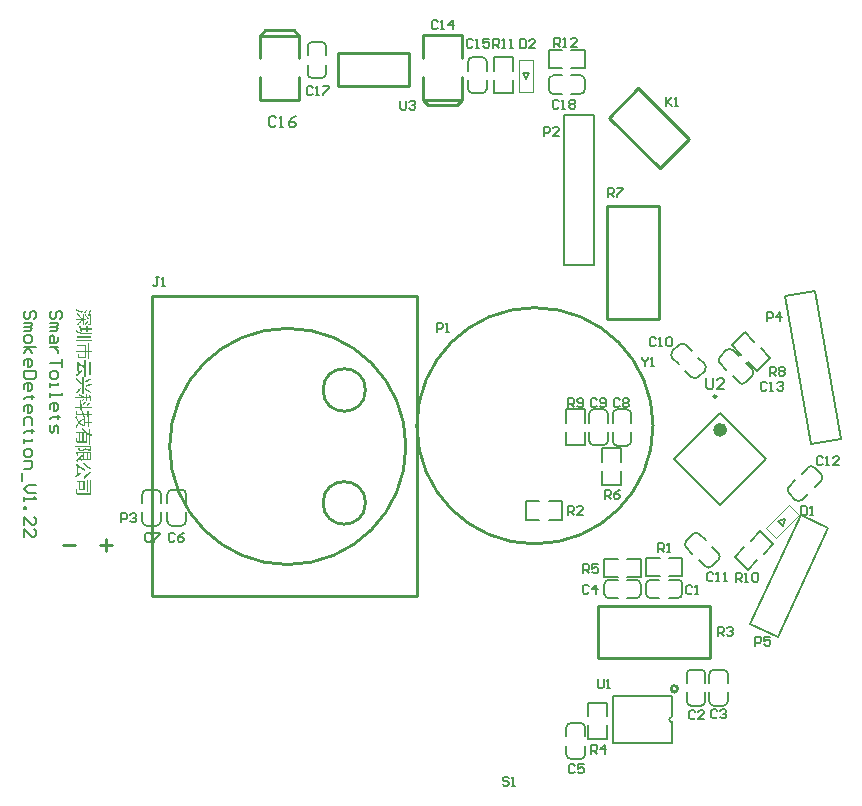
<source format=gto>
G04*
G04 #@! TF.GenerationSoftware,Altium Limited,Altium Designer,19.1.5 (86)*
G04*
G04 Layer_Color=65535*
%FSLAX25Y25*%
%MOIN*%
G70*
G01*
G75*
%ADD10C,0.01000*%
%ADD11C,0.00984*%
%ADD12C,0.02362*%
%ADD13C,0.00787*%
%ADD14C,0.00500*%
%ADD15C,0.00866*%
%ADD16C,0.00200*%
%ADD17C,0.00600*%
%ADD18C,0.00800*%
%ADD19C,0.00700*%
G36*
X45514Y188190D02*
X45549Y188177D01*
X45604Y188163D01*
X45681Y188135D01*
X45771Y188100D01*
X45889Y188058D01*
X46014Y188017D01*
X46153Y187968D01*
X46312Y187920D01*
X46479Y187864D01*
X46652Y187809D01*
X46840Y187753D01*
X47034Y187698D01*
X47228Y187642D01*
X47638Y187531D01*
X47631Y187517D01*
X47617Y187489D01*
X47603Y187448D01*
X47575Y187385D01*
X47548Y187323D01*
X47513Y187247D01*
X47444Y187080D01*
X47437D01*
X47402Y187094D01*
X47353Y187108D01*
X47284Y187128D01*
X47201Y187149D01*
X47096Y187184D01*
X46979Y187219D01*
X46840Y187253D01*
X46694Y187302D01*
X46527Y187351D01*
X46354Y187406D01*
X46174Y187462D01*
X45972Y187524D01*
X45764Y187587D01*
X45549Y187656D01*
X45327Y187725D01*
X45500Y188197D01*
X45514Y188190D01*
D02*
G37*
G36*
X49234Y188045D02*
X49227Y188038D01*
X49220Y188017D01*
X49199Y187982D01*
X49165Y187941D01*
X49130Y187885D01*
X49095Y187829D01*
X49047Y187753D01*
X48998Y187677D01*
X48880Y187510D01*
X48755Y187330D01*
X48623Y187142D01*
X48485Y186962D01*
X48478Y186969D01*
X48471Y186976D01*
X48443Y186997D01*
X48408Y187031D01*
X48360Y187073D01*
X48297Y187122D01*
X48214Y187184D01*
X48117Y187260D01*
X48124Y187267D01*
X48138Y187281D01*
X48158Y187309D01*
X48186Y187344D01*
X48221Y187385D01*
X48262Y187434D01*
X48304Y187496D01*
X48360Y187566D01*
X48415Y187635D01*
X48478Y187718D01*
X48616Y187899D01*
X48762Y188100D01*
X48915Y188315D01*
X49234Y188045D01*
D02*
G37*
G36*
X50615Y187816D02*
X50608Y187809D01*
X50594Y187788D01*
X50573Y187753D01*
X50546Y187712D01*
X50504Y187656D01*
X50462Y187593D01*
X50414Y187524D01*
X50358Y187448D01*
X50240Y187274D01*
X50102Y187094D01*
X49963Y186906D01*
X49817Y186719D01*
X49810Y186726D01*
X49782Y186747D01*
X49748Y186782D01*
X49699Y186823D01*
X49643Y186872D01*
X49581Y186927D01*
X49456Y187031D01*
X49463Y187038D01*
X49477Y187059D01*
X49505Y187094D01*
X49546Y187136D01*
X49588Y187191D01*
X49643Y187247D01*
X49699Y187316D01*
X49762Y187392D01*
X49893Y187559D01*
X50039Y187739D01*
X50178Y187913D01*
X50303Y188086D01*
X50615Y187816D01*
D02*
G37*
G36*
X48616Y186663D02*
X48630Y186636D01*
X48658Y186601D01*
X48693Y186546D01*
X48734Y186483D01*
X48783Y186407D01*
X48838Y186323D01*
X48901Y186233D01*
X49047Y186032D01*
X49213Y185817D01*
X49394Y185595D01*
X49588Y185380D01*
X49290Y185088D01*
X49283Y185095D01*
X49262Y185116D01*
X49234Y185158D01*
X49185Y185206D01*
X49137Y185269D01*
X49074Y185338D01*
X49005Y185421D01*
X48936Y185512D01*
X48852Y185609D01*
X48769Y185713D01*
X48596Y185928D01*
X48422Y186164D01*
X48256Y186400D01*
X48262Y186407D01*
X48283Y186421D01*
X48325Y186448D01*
X48366Y186476D01*
X48422Y186518D01*
X48485Y186566D01*
X48609Y186670D01*
X48616Y186663D01*
D02*
G37*
G36*
X50344Y183027D02*
X49428D01*
Y183471D01*
X49921D01*
Y186150D01*
X49408D01*
Y186594D01*
X50344D01*
Y183027D01*
D02*
G37*
G36*
X49588Y184332D02*
X49581Y184325D01*
X49567Y184297D01*
X49539Y184262D01*
X49505Y184214D01*
X49463Y184151D01*
X49408Y184075D01*
X49352Y183992D01*
X49290Y183901D01*
X49213Y183804D01*
X49137Y183700D01*
X48970Y183478D01*
X48797Y183242D01*
X48609Y183006D01*
X48269Y183305D01*
X48276Y183311D01*
X48297Y183332D01*
X48325Y183367D01*
X48360Y183409D01*
X48408Y183464D01*
X48464Y183534D01*
X48533Y183610D01*
X48603Y183693D01*
X48679Y183783D01*
X48755Y183888D01*
X48929Y184103D01*
X49109Y184346D01*
X49290Y184595D01*
X49588Y184332D01*
D02*
G37*
G36*
X46014Y187038D02*
X46021Y187031D01*
X46049Y186990D01*
X46083Y186927D01*
X46139Y186844D01*
X46201Y186747D01*
X46284Y186629D01*
X46375Y186504D01*
X46479Y186365D01*
X46590Y186212D01*
X46715Y186067D01*
X46847Y185907D01*
X46986Y185754D01*
X47131Y185602D01*
X47291Y185456D01*
X47451Y185317D01*
X47617Y185185D01*
Y186747D01*
X48019D01*
Y185067D01*
X48713D01*
Y184630D01*
X48019D01*
Y182916D01*
X47617D01*
Y184547D01*
X47603Y184540D01*
X47575Y184512D01*
X47527Y184470D01*
X47457Y184422D01*
X47381Y184353D01*
X47284Y184269D01*
X47180Y184172D01*
X47069Y184061D01*
X46951Y183936D01*
X46833Y183804D01*
X46708Y183659D01*
X46583Y183506D01*
X46458Y183346D01*
X46340Y183173D01*
X46222Y182985D01*
X46118Y182798D01*
X46111Y182805D01*
X46083Y182826D01*
X46049Y182853D01*
X46000Y182895D01*
X45944Y182944D01*
X45875Y182999D01*
X45736Y183110D01*
X45743Y183124D01*
X45764Y183152D01*
X45799Y183201D01*
X45847Y183263D01*
X45903Y183346D01*
X45979Y183436D01*
X46062Y183540D01*
X46160Y183652D01*
X46264Y183770D01*
X46382Y183895D01*
X46514Y184019D01*
X46652Y184144D01*
X46805Y184276D01*
X46958Y184394D01*
X47131Y184519D01*
X47305Y184630D01*
X45278D01*
Y185067D01*
X47319D01*
X47305Y185074D01*
X47277Y185095D01*
X47228Y185130D01*
X47159Y185178D01*
X47076Y185248D01*
X46979Y185317D01*
X46874Y185407D01*
X46757Y185512D01*
X46632Y185623D01*
X46500Y185748D01*
X46361Y185879D01*
X46222Y186025D01*
X46083Y186185D01*
X45944Y186351D01*
X45806Y186525D01*
X45674Y186712D01*
X45681Y186719D01*
X45709Y186747D01*
X45750Y186782D01*
X45806Y186830D01*
X45917Y186934D01*
X45965Y186990D01*
X46014Y187045D01*
Y187038D01*
D02*
G37*
G36*
X46909Y182638D02*
X46916Y182624D01*
Y182604D01*
X46923Y182576D01*
X46944Y182500D01*
X46972Y182402D01*
X46999Y182284D01*
X47034Y182152D01*
X47069Y182007D01*
X47110Y181861D01*
X48908D01*
Y182562D01*
X49317D01*
Y181861D01*
X50643D01*
Y181445D01*
X49317D01*
Y180764D01*
X48908D01*
Y181445D01*
X47228D01*
Y181438D01*
X47235Y181431D01*
X47242Y181410D01*
X47249Y181382D01*
X47270Y181306D01*
X47298Y181216D01*
X47326Y181105D01*
X47360Y180973D01*
X47402Y180841D01*
X47444Y180702D01*
X47437D01*
X47409D01*
X47360D01*
X47305D01*
X47242Y180695D01*
X47166D01*
X47013Y180688D01*
Y180702D01*
X46999Y180730D01*
X46986Y180785D01*
X46965Y180862D01*
X46937Y180945D01*
X46909Y181049D01*
X46867Y181167D01*
X46833Y181299D01*
X46791Y181438D01*
X46743Y181590D01*
X46645Y181903D01*
X46541Y182229D01*
X46430Y182562D01*
X46909Y182645D01*
Y182638D01*
D02*
G37*
G36*
X45611Y181389D02*
X45632Y181368D01*
X45667Y181334D01*
X45709Y181285D01*
X45764Y181237D01*
X45833Y181174D01*
X45903Y181105D01*
X45986Y181035D01*
X46167Y180896D01*
X46368Y180764D01*
X46472Y180702D01*
X46576Y180654D01*
X46687Y180612D01*
X46791Y180577D01*
X46798D01*
X46812Y180570D01*
X46847Y180563D01*
X46888Y180549D01*
X46944Y180543D01*
X47013Y180529D01*
X47104Y180515D01*
X47201Y180494D01*
X47319Y180480D01*
X47451Y180466D01*
X47603Y180452D01*
X47770Y180445D01*
X47950Y180431D01*
X48151Y180424D01*
X48373Y180418D01*
X48616D01*
X50601D01*
Y179987D01*
X48616D01*
X48609D01*
X48603D01*
X48582D01*
X48554D01*
X48478D01*
X48380D01*
X48262Y179994D01*
X48131D01*
X47978Y180001D01*
X47825Y180008D01*
X47485Y180036D01*
X47152Y180064D01*
X46992Y180084D01*
X46847Y180112D01*
X46708Y180140D01*
X46590Y180175D01*
X46583D01*
X46562Y180182D01*
X46527Y180195D01*
X46479Y180209D01*
X46423Y180237D01*
X46354Y180265D01*
X46278Y180300D01*
X46187Y180348D01*
X46090Y180404D01*
X45986Y180466D01*
X45875Y180535D01*
X45757Y180626D01*
X45632Y180716D01*
X45507Y180827D01*
X45375Y180945D01*
X45237Y181077D01*
X45243Y181084D01*
X45271Y181105D01*
X45306Y181132D01*
X45362Y181174D01*
X45417Y181223D01*
X45480Y181278D01*
X45604Y181396D01*
X45611Y181389D01*
D02*
G37*
G36*
X50393Y178752D02*
X45764D01*
Y179175D01*
X50393D01*
Y178752D01*
D02*
G37*
G36*
X50601Y177489D02*
X45327D01*
Y177919D01*
X50601D01*
Y177489D01*
D02*
G37*
G36*
X49880Y174296D02*
X49886D01*
X49893Y174303D01*
X49914Y174310D01*
X49942Y174324D01*
X50011Y174366D01*
X50095Y174414D01*
X50206Y174470D01*
X50324Y174539D01*
X50449Y174616D01*
X50580Y174699D01*
X50775Y174269D01*
X50768D01*
X50761Y174255D01*
X50740Y174248D01*
X50712Y174227D01*
X50643Y174185D01*
X50553Y174123D01*
X50449Y174060D01*
X50324Y173984D01*
X50199Y173908D01*
X50060Y173831D01*
X49880Y174199D01*
Y171513D01*
X49456D01*
Y173991D01*
X48693D01*
Y171978D01*
X46618D01*
X46611D01*
X46590D01*
X46555Y171985D01*
X46514D01*
X46458Y171999D01*
X46402Y172013D01*
X46340Y172034D01*
X46278Y172062D01*
X46208Y172097D01*
X46146Y172138D01*
X46090Y172194D01*
X46042Y172256D01*
X45993Y172332D01*
X45958Y172423D01*
X45937Y172520D01*
X45931Y172638D01*
Y173103D01*
X45937Y173256D01*
Y173429D01*
X45944D01*
X45972Y173436D01*
X46007Y173443D01*
X46062Y173450D01*
X46125Y173457D01*
X46201Y173471D01*
X46284Y173485D01*
X46375Y173505D01*
Y173464D01*
X46368Y173429D01*
Y173346D01*
X46361Y173242D01*
X46354Y173124D01*
Y172999D01*
X46347Y172881D01*
Y172756D01*
X46354Y172714D01*
X46368Y172659D01*
X46396Y172589D01*
X46437Y172520D01*
X46500Y172464D01*
X46541Y172443D01*
X46597Y172423D01*
X46652Y172416D01*
X46715Y172409D01*
X48283D01*
Y173991D01*
X45257D01*
Y174428D01*
X48283D01*
Y175976D01*
X45833D01*
Y176413D01*
X48693D01*
Y174428D01*
X49456D01*
Y176885D01*
X49880D01*
Y174296D01*
D02*
G37*
G36*
X48616Y165802D02*
X48207D01*
Y168620D01*
X48193Y168626D01*
X48151Y168654D01*
X48089Y168703D01*
X47999Y168758D01*
X47895Y168828D01*
X47777Y168918D01*
X47645Y169008D01*
X47499Y169112D01*
X47346Y169223D01*
X47187Y169334D01*
X46861Y169577D01*
X46694Y169702D01*
X46541Y169820D01*
X46389Y169938D01*
X46250Y170056D01*
Y169973D01*
X46257Y169931D01*
Y169744D01*
X46264Y169667D01*
Y169584D01*
X46271Y169404D01*
Y169202D01*
X46278Y168980D01*
X46284Y168751D01*
X46292Y168515D01*
X46305Y168030D01*
X46319Y167794D01*
X46326Y167565D01*
X46333Y167343D01*
X46340Y167141D01*
X46347Y167148D01*
X46368Y167162D01*
X46396Y167183D01*
X46437Y167218D01*
X46486Y167259D01*
X46548Y167308D01*
X46611Y167357D01*
X46687Y167419D01*
X46854Y167551D01*
X47034Y167703D01*
X47228Y167863D01*
X47423Y168030D01*
X47666Y167662D01*
X47659Y167655D01*
X47624Y167627D01*
X47575Y167578D01*
X47506Y167523D01*
X47423Y167447D01*
X47326Y167357D01*
X47208Y167259D01*
X47083Y167148D01*
X46944Y167030D01*
X46798Y166905D01*
X46639Y166767D01*
X46465Y166628D01*
X46292Y166482D01*
X46111Y166336D01*
X45736Y166031D01*
X45424Y166447D01*
X45438Y166454D01*
X45473Y166482D01*
X45528Y166524D01*
X45597Y166572D01*
X45674Y166635D01*
X45764Y166704D01*
X45958Y166850D01*
Y166940D01*
X45951Y166982D01*
Y167107D01*
X45944Y167183D01*
Y167266D01*
X45937Y167350D01*
X45931Y167551D01*
X45924Y167773D01*
X45910Y168016D01*
X45903Y168272D01*
X45889Y168543D01*
X45875Y168821D01*
X45861Y169105D01*
X45833Y169667D01*
X45813Y169945D01*
X45799Y170209D01*
Y170216D01*
X45792Y170250D01*
X45785Y170292D01*
X45778Y170354D01*
X45764Y170424D01*
X45750Y170493D01*
X45715Y170653D01*
X46215Y170875D01*
Y170868D01*
X46222Y170861D01*
X46243Y170819D01*
X46278Y170757D01*
X46326Y170681D01*
X46389Y170597D01*
X46465Y170500D01*
X46548Y170410D01*
X46645Y170327D01*
X46652Y170320D01*
X46680Y170299D01*
X46715Y170271D01*
X46770Y170223D01*
X46840Y170174D01*
X46916Y170112D01*
X47006Y170042D01*
X47110Y169966D01*
X47221Y169883D01*
X47339Y169792D01*
X47471Y169702D01*
X47603Y169612D01*
X47895Y169418D01*
X48207Y169223D01*
Y171222D01*
X48616D01*
Y165802D01*
D02*
G37*
G36*
X50317Y166322D02*
X49907D01*
Y170709D01*
X50317D01*
Y166322D01*
D02*
G37*
G36*
X50358Y164865D02*
X50351Y164858D01*
X50317Y164844D01*
X50275Y164816D01*
X50213Y164775D01*
X50129Y164733D01*
X50039Y164678D01*
X49928Y164615D01*
X49817Y164553D01*
X49685Y164476D01*
X49546Y164407D01*
X49401Y164324D01*
X49255Y164240D01*
X48936Y164074D01*
X48603Y163900D01*
X48360Y164351D01*
X48373Y164358D01*
X48401Y164372D01*
X48457Y164393D01*
X48526Y164428D01*
X48609Y164469D01*
X48713Y164518D01*
X48825Y164574D01*
X48950Y164636D01*
X49088Y164705D01*
X49227Y164775D01*
X49525Y164927D01*
X49831Y165094D01*
X50136Y165261D01*
X50358Y164865D01*
D02*
G37*
G36*
X45618Y165476D02*
X45646Y165448D01*
X45688Y165399D01*
X45743Y165330D01*
X45813Y165247D01*
X45903Y165149D01*
X46000Y165039D01*
X46111Y164920D01*
X46229Y164789D01*
X46361Y164657D01*
X46500Y164511D01*
X46652Y164365D01*
X46812Y164220D01*
X46979Y164074D01*
X47333Y163782D01*
X47055Y163394D01*
X47041Y163401D01*
X47006Y163428D01*
X46958Y163477D01*
X46881Y163540D01*
X46798Y163616D01*
X46694Y163706D01*
X46576Y163810D01*
X46451Y163928D01*
X46312Y164053D01*
X46167Y164192D01*
X46021Y164338D01*
X45868Y164490D01*
X45556Y164810D01*
X45257Y165149D01*
X45264Y165156D01*
X45285Y165170D01*
X45313Y165198D01*
X45355Y165240D01*
X45396Y165281D01*
X45452Y165330D01*
X45563Y165441D01*
X45611Y165490D01*
X45618Y165476D01*
D02*
G37*
G36*
X50698Y163088D02*
X50684Y163081D01*
X50650Y163075D01*
X50594Y163054D01*
X50518Y163026D01*
X50428Y162991D01*
X50317Y162950D01*
X50199Y162908D01*
X50060Y162859D01*
X49914Y162811D01*
X49762Y162755D01*
X49595Y162700D01*
X49428Y162644D01*
X49081Y162526D01*
X48734Y162415D01*
X48589Y162901D01*
X48603D01*
X48637Y162915D01*
X48693Y162929D01*
X48762Y162950D01*
X48859Y162977D01*
X48963Y163005D01*
X49088Y163040D01*
X49220Y163081D01*
X49366Y163123D01*
X49525Y163172D01*
X49685Y163220D01*
X49859Y163276D01*
X50206Y163394D01*
X50560Y163526D01*
X50698Y163088D01*
D02*
G37*
G36*
X48596Y161895D02*
X48623Y161874D01*
X48679Y161839D01*
X48755Y161791D01*
X48838Y161735D01*
X48943Y161673D01*
X49060Y161596D01*
X49192Y161520D01*
X49331Y161437D01*
X49484Y161346D01*
X49643Y161256D01*
X49803Y161166D01*
X50136Y160986D01*
X50476Y160812D01*
X50268Y160368D01*
X50254Y160375D01*
X50226Y160389D01*
X50171Y160416D01*
X50102Y160458D01*
X50011Y160507D01*
X49907Y160562D01*
X49789Y160632D01*
X49664Y160708D01*
X49519Y160784D01*
X49366Y160874D01*
X49213Y160965D01*
X49047Y161069D01*
X48700Y161277D01*
X48346Y161506D01*
X48582Y161902D01*
X48596Y161895D01*
D02*
G37*
G36*
X47326Y161971D02*
X47319Y161957D01*
X47284Y161929D01*
X47235Y161874D01*
X47173Y161804D01*
X47096Y161721D01*
X47006Y161624D01*
X46895Y161506D01*
X46784Y161388D01*
X46659Y161249D01*
X46527Y161110D01*
X46243Y160812D01*
X45944Y160507D01*
X45646Y160201D01*
X45278Y160597D01*
X45285Y160604D01*
X45320Y160632D01*
X45362Y160673D01*
X45431Y160736D01*
X45507Y160812D01*
X45604Y160895D01*
X45709Y160999D01*
X45827Y161110D01*
X45951Y161235D01*
X46090Y161367D01*
X46236Y161506D01*
X46389Y161652D01*
X46701Y161971D01*
X47027Y162304D01*
X47326Y161971D01*
D02*
G37*
G36*
X48047Y160125D02*
X47582D01*
Y165566D01*
X48047D01*
Y160125D01*
D02*
G37*
G36*
X46777Y159944D02*
X46812Y159924D01*
X46854Y159889D01*
X46916Y159847D01*
X46999Y159792D01*
X47096Y159736D01*
X47201Y159667D01*
X47326Y159598D01*
X47457Y159521D01*
X47603Y159445D01*
X47756Y159362D01*
X47922Y159285D01*
X48096Y159209D01*
X48276Y159133D01*
X48464Y159063D01*
X48658Y159001D01*
Y159875D01*
X49054D01*
Y158966D01*
X49866D01*
Y158987D01*
X49859Y159008D01*
Y159035D01*
X49852Y159077D01*
Y159119D01*
X49838Y159223D01*
X49831Y159348D01*
X49817Y159486D01*
X49803Y159625D01*
X49789Y159771D01*
X49796D01*
X49824Y159778D01*
X49866Y159785D01*
X49921Y159799D01*
X49984Y159813D01*
X50053Y159834D01*
X50199Y159882D01*
Y159868D01*
X50206Y159834D01*
Y159778D01*
X50213Y159695D01*
X50226Y159598D01*
X50233Y159486D01*
X50247Y159355D01*
X50261Y159209D01*
X50275Y159056D01*
X50296Y158890D01*
X50317Y158709D01*
X50337Y158529D01*
X50393Y158140D01*
X50449Y157745D01*
X50032Y157599D01*
Y157620D01*
X50025Y157647D01*
Y157682D01*
X50018Y157731D01*
X50011Y157779D01*
X49997Y157904D01*
X49977Y158050D01*
X49956Y158210D01*
X49942Y158376D01*
X49921Y158550D01*
X49054D01*
Y157668D01*
X48658D01*
Y158550D01*
X48033D01*
X48256Y158307D01*
X48249Y158300D01*
X48242Y158286D01*
X48221Y158265D01*
X48200Y158237D01*
X48131Y158161D01*
X48047Y158064D01*
X47943Y157946D01*
X47825Y157821D01*
X47707Y157696D01*
X47582Y157564D01*
X47270Y157876D01*
X47277Y157883D01*
X47291Y157890D01*
X47312Y157911D01*
X47339Y157939D01*
X47409Y158008D01*
X47506Y158092D01*
X47610Y158196D01*
X47728Y158307D01*
X47846Y158432D01*
X47964Y158550D01*
X45250D01*
Y158966D01*
X47749D01*
X47742Y158973D01*
X47714Y158980D01*
X47666Y159001D01*
X47603Y159021D01*
X47534Y159056D01*
X47451Y159091D01*
X47353Y159140D01*
X47249Y159188D01*
X47138Y159237D01*
X47020Y159299D01*
X46777Y159431D01*
X46534Y159577D01*
X46298Y159743D01*
X46312Y159750D01*
X46340Y159757D01*
X46382Y159778D01*
X46444Y159806D01*
X46514Y159834D01*
X46597Y159868D01*
X46770Y159951D01*
X46777Y159944D01*
D02*
G37*
G36*
X48769Y157349D02*
X48762Y157342D01*
X48748Y157321D01*
X48720Y157287D01*
X48686Y157245D01*
X48644Y157189D01*
X48596Y157134D01*
X48485Y156995D01*
X48360Y156842D01*
X48228Y156683D01*
X48103Y156530D01*
X48040Y156461D01*
X47985Y156398D01*
X47645Y156683D01*
X47659Y156697D01*
X47673Y156711D01*
X47693Y156731D01*
X47728Y156766D01*
X47763Y156801D01*
X47804Y156849D01*
X47853Y156898D01*
X47908Y156960D01*
X47971Y157030D01*
X48040Y157106D01*
X48117Y157189D01*
X48200Y157280D01*
X48290Y157384D01*
X48387Y157495D01*
X48491Y157620D01*
X48769Y157349D01*
D02*
G37*
G36*
X50095Y157037D02*
X50088Y157030D01*
X50074Y157009D01*
X50046Y156974D01*
X50018Y156933D01*
X49977Y156884D01*
X49928Y156822D01*
X49872Y156752D01*
X49817Y156683D01*
X49685Y156523D01*
X49546Y156357D01*
X49408Y156190D01*
X49269Y156037D01*
X48943Y156322D01*
X48950Y156329D01*
X48963Y156343D01*
X48984Y156363D01*
X49012Y156391D01*
X49054Y156433D01*
X49095Y156474D01*
X49144Y156530D01*
X49206Y156593D01*
X49331Y156731D01*
X49484Y156898D01*
X49643Y157078D01*
X49817Y157287D01*
X50095Y157037D01*
D02*
G37*
G36*
X47256Y155774D02*
X50684D01*
Y155350D01*
X47298D01*
X47381Y154476D01*
X46979Y154441D01*
X46895Y155350D01*
X45250D01*
Y155774D01*
X46861D01*
X46666Y157904D01*
X47062Y157953D01*
X47256Y155774D01*
D02*
G37*
G36*
X47777Y154268D02*
X47784Y154254D01*
X47791Y154233D01*
X47798Y154205D01*
X47811Y154164D01*
X47825Y154122D01*
X47853Y154018D01*
X47888Y153893D01*
X47929Y153754D01*
X47971Y153608D01*
X48013Y153463D01*
X49206D01*
Y154205D01*
X49595D01*
Y153463D01*
X50671D01*
Y153039D01*
X49595D01*
Y152387D01*
X49206D01*
Y153039D01*
X48145D01*
Y153032D01*
X48151Y153025D01*
X48165Y152984D01*
X48186Y152921D01*
X48207Y152838D01*
X48242Y152748D01*
X48276Y152644D01*
X48353Y152415D01*
X48339D01*
X48311D01*
X48256D01*
X48200D01*
X48131D01*
X48054D01*
X47985Y152408D01*
X47915D01*
X47908Y152422D01*
X47902Y152463D01*
X47881Y152526D01*
X47853Y152602D01*
X47825Y152699D01*
X47791Y152803D01*
X47756Y152921D01*
X47714Y153039D01*
X45937D01*
X45931D01*
X45910D01*
X45882D01*
X45847Y153046D01*
X45799Y153053D01*
X45750Y153067D01*
X45639Y153109D01*
X45584Y153136D01*
X45535Y153171D01*
X45480Y153220D01*
X45438Y153275D01*
X45396Y153338D01*
X45368Y153414D01*
X45348Y153497D01*
X45341Y153594D01*
Y154122D01*
X45355D01*
X45382Y154129D01*
X45431Y154136D01*
X45486Y154143D01*
X45563Y154157D01*
X45639Y154171D01*
X45813Y154198D01*
Y154184D01*
X45806Y154143D01*
X45799Y154087D01*
Y154011D01*
X45792Y153935D01*
X45785Y153851D01*
X45778Y153775D01*
Y153692D01*
X45785Y153664D01*
X45792Y153629D01*
X45806Y153581D01*
X45840Y153539D01*
X45882Y153497D01*
X45937Y153470D01*
X46021Y153463D01*
X47575D01*
Y153470D01*
X47568Y153477D01*
X47561Y153497D01*
X47555Y153525D01*
X47527Y153601D01*
X47499Y153699D01*
X47457Y153810D01*
X47416Y153941D01*
X47367Y154073D01*
X47319Y154219D01*
X47777Y154275D01*
Y154268D01*
D02*
G37*
G36*
X45611Y152602D02*
X45618Y152574D01*
X45639Y152519D01*
X45667Y152449D01*
X45695Y152366D01*
X45736Y152262D01*
X45778Y152151D01*
X45833Y152033D01*
X45889Y151901D01*
X45951Y151769D01*
X46090Y151485D01*
X46250Y151193D01*
X46430Y150923D01*
X46437Y150929D01*
X46465Y150950D01*
X46500Y150978D01*
X46555Y151027D01*
X46618Y151075D01*
X46701Y151131D01*
X46798Y151200D01*
X46902Y151269D01*
X47020Y151346D01*
X47152Y151422D01*
X47298Y151499D01*
X47457Y151575D01*
X47624Y151644D01*
X47798Y151721D01*
X47985Y151783D01*
X48186Y151846D01*
Y152220D01*
X48554D01*
Y150791D01*
X49401D01*
Y152241D01*
X49810D01*
Y150791D01*
X50698D01*
Y150347D01*
X49810D01*
Y148840D01*
X49401D01*
Y150347D01*
X48554D01*
Y149167D01*
X48221D01*
X48207Y149174D01*
X48172Y149188D01*
X48117Y149208D01*
X48033Y149236D01*
X47943Y149278D01*
X47832Y149326D01*
X47714Y149389D01*
X47582Y149451D01*
X47437Y149528D01*
X47291Y149611D01*
X47145Y149701D01*
X46992Y149805D01*
X46847Y149909D01*
X46701Y150027D01*
X46555Y150145D01*
X46423Y150277D01*
X46416Y150270D01*
X46402Y150249D01*
X46375Y150215D01*
X46347Y150166D01*
X46305Y150104D01*
X46257Y150034D01*
X46208Y149944D01*
X46153Y149847D01*
X46097Y149743D01*
X46035Y149625D01*
X45972Y149500D01*
X45910Y149361D01*
X45854Y149215D01*
X45792Y149063D01*
X45736Y148903D01*
X45688Y148736D01*
X45674Y148743D01*
X45646Y148771D01*
X45597Y148813D01*
X45542Y148861D01*
X45473Y148917D01*
X45403Y148972D01*
X45257Y149090D01*
X45264Y149097D01*
X45271Y149132D01*
X45292Y149181D01*
X45320Y149243D01*
X45362Y149319D01*
X45403Y149410D01*
X45452Y149507D01*
X45507Y149618D01*
X45570Y149736D01*
X45632Y149861D01*
X45785Y150118D01*
X45951Y150374D01*
X46139Y150617D01*
X46132Y150624D01*
X46118Y150652D01*
X46083Y150694D01*
X46049Y150749D01*
X46000Y150818D01*
X45944Y150902D01*
X45889Y150992D01*
X45820Y151103D01*
X45750Y151221D01*
X45674Y151353D01*
X45597Y151492D01*
X45521Y151644D01*
X45445Y151804D01*
X45368Y151971D01*
X45292Y152144D01*
X45216Y152324D01*
X45223Y152331D01*
X45243Y152345D01*
X45285Y152366D01*
X45327Y152401D01*
X45389Y152442D01*
X45452Y152491D01*
X45528Y152553D01*
X45604Y152616D01*
X45611Y152602D01*
D02*
G37*
G36*
X47659Y148598D02*
X47686Y148563D01*
X47735Y148507D01*
X47804Y148431D01*
X47888Y148341D01*
X47985Y148237D01*
X48103Y148126D01*
X48228Y148001D01*
X48373Y147869D01*
X48526Y147730D01*
X48686Y147591D01*
X48859Y147452D01*
X49040Y147314D01*
X49234Y147182D01*
X49428Y147057D01*
X49630Y146939D01*
Y148452D01*
X50039D01*
Y146731D01*
X50046D01*
X50053Y146724D01*
X50074Y146717D01*
X50102Y146703D01*
X50171Y146675D01*
X50261Y146634D01*
X50365Y146592D01*
X50490Y146550D01*
X50615Y146502D01*
X50754Y146460D01*
X50643Y145995D01*
X50629Y146002D01*
X50587Y146016D01*
X50532Y146037D01*
X50455Y146064D01*
X50358Y146106D01*
X50261Y146141D01*
X50039Y146238D01*
Y143108D01*
X49630D01*
Y146439D01*
X49623D01*
X49616Y146446D01*
X49574Y146467D01*
X49512Y146502D01*
X49428Y146550D01*
X49331Y146606D01*
X49220Y146668D01*
X48991Y146814D01*
Y143781D01*
X46035D01*
X46028D01*
X46007D01*
X45972Y143788D01*
X45931D01*
X45875Y143802D01*
X45820Y143816D01*
X45757Y143837D01*
X45695Y143865D01*
X45632Y143899D01*
X45570Y143941D01*
X45514Y143996D01*
X45459Y144059D01*
X45417Y144135D01*
X45382Y144225D01*
X45362Y144330D01*
X45355Y144448D01*
Y144670D01*
X45348Y144732D01*
Y145343D01*
X45355D01*
X45382Y145350D01*
X45424Y145357D01*
X45473Y145364D01*
X45542Y145378D01*
X45618Y145391D01*
X45702Y145405D01*
X45799Y145426D01*
Y145378D01*
X45792Y145343D01*
Y145294D01*
X45785Y145246D01*
Y145128D01*
X45778Y145003D01*
X45771Y144864D01*
X45764Y144732D01*
Y144593D01*
X45771Y144545D01*
X45785Y144489D01*
X45813Y144413D01*
X45854Y144343D01*
X45917Y144288D01*
X45958Y144260D01*
X46014Y144239D01*
X46069Y144232D01*
X46132Y144225D01*
X46527D01*
Y147015D01*
X45278D01*
Y147452D01*
X48145D01*
X48138Y147459D01*
X48124Y147473D01*
X48096Y147494D01*
X48061Y147522D01*
X48019Y147564D01*
X47971Y147605D01*
X47853Y147716D01*
X47714Y147848D01*
X47568Y147994D01*
X47402Y148160D01*
X47242Y148341D01*
X47249Y148348D01*
X47277Y148362D01*
X47312Y148389D01*
X47367Y148417D01*
X47423Y148459D01*
X47492Y148507D01*
X47645Y148611D01*
X47659Y148598D01*
D02*
G37*
G36*
X50435Y140950D02*
X50046D01*
X50039D01*
X50011Y140964D01*
X49970Y140978D01*
X49914Y140998D01*
X49838Y141019D01*
X49762Y141047D01*
X49664Y141082D01*
X49560Y141116D01*
X49449Y141158D01*
X49324Y141193D01*
X49068Y141283D01*
X48790Y141373D01*
X48505Y141470D01*
X48498Y141463D01*
X48478Y141449D01*
X48450Y141429D01*
X48401Y141401D01*
X48353Y141366D01*
X48290Y141332D01*
X48221Y141290D01*
X48145Y141241D01*
X47971Y141158D01*
X47791Y141075D01*
X47603Y141012D01*
X47506Y140984D01*
X47416Y140971D01*
X47402D01*
X47367Y140964D01*
X47319Y140957D01*
X47249D01*
X47166D01*
X47076D01*
X46979Y140964D01*
X46874Y140978D01*
X46763Y140998D01*
X46659Y141026D01*
X46562Y141068D01*
X46472Y141123D01*
X46389Y141193D01*
X46319Y141276D01*
X46264Y141380D01*
X46229Y141498D01*
Y141512D01*
X46222Y141540D01*
X46215Y141595D01*
X46208Y141658D01*
Y141942D01*
X46222Y142053D01*
X46236D01*
X46264Y142060D01*
X46305Y142074D01*
X46368Y142088D01*
X46437Y142102D01*
X46514Y142130D01*
X46687Y142178D01*
Y142164D01*
X46680Y142130D01*
X46666Y142074D01*
X46659Y142005D01*
X46645Y141921D01*
X46639Y141838D01*
Y141748D01*
X46645Y141665D01*
Y141658D01*
X46652Y141651D01*
X46666Y141609D01*
X46708Y141553D01*
X46736Y141526D01*
X46770Y141491D01*
X46812Y141463D01*
X46867Y141436D01*
X46937Y141415D01*
X47006Y141401D01*
X47096Y141394D01*
X47194Y141387D01*
X47312Y141394D01*
X47437Y141415D01*
X47444D01*
X47457Y141422D01*
X47478D01*
X47513Y141436D01*
X47555Y141443D01*
X47610Y141463D01*
X47666Y141484D01*
X47728Y141505D01*
X47874Y141567D01*
X48047Y141658D01*
X48138Y141713D01*
X48235Y141769D01*
X48332Y141838D01*
X48436Y141914D01*
X48443D01*
X48464Y141908D01*
X48498Y141894D01*
X48547Y141880D01*
X48609Y141859D01*
X48679Y141838D01*
X48769Y141810D01*
X48866Y141776D01*
X48970Y141741D01*
X49095Y141699D01*
X49227Y141658D01*
X49373Y141616D01*
X49525Y141560D01*
X49685Y141512D01*
X49866Y141456D01*
X50046Y141394D01*
Y142213D01*
X45216D01*
Y142629D01*
X50435D01*
Y140950D01*
D02*
G37*
G36*
X45653Y140776D02*
X45674Y140755D01*
X45702Y140728D01*
X45743Y140700D01*
X45799Y140672D01*
X45861Y140644D01*
X45931Y140624D01*
X46007Y140617D01*
X50421D01*
Y137986D01*
X47659D01*
Y138396D01*
X47804D01*
Y139333D01*
X47798D01*
X47784Y139326D01*
X47756Y139312D01*
X47721Y139298D01*
X47679Y139284D01*
X47624Y139263D01*
X47506Y139208D01*
X47367Y139138D01*
X47214Y139062D01*
X47062Y138965D01*
X46909Y138861D01*
X46916Y138854D01*
X46923Y138840D01*
X46944Y138812D01*
X46965Y138771D01*
X46999Y138729D01*
X47034Y138673D01*
X47076Y138611D01*
X47124Y138542D01*
X47235Y138382D01*
X47374Y138201D01*
X47527Y138007D01*
X47693Y137806D01*
X47339Y137514D01*
X47333Y137521D01*
X47319Y137542D01*
X47298Y137577D01*
X47270Y137619D01*
X47235Y137667D01*
X47187Y137730D01*
X47145Y137806D01*
X47090Y137882D01*
X46979Y138049D01*
X46854Y138229D01*
X46729Y138417D01*
X46611Y138604D01*
X46604Y138597D01*
X46590Y138583D01*
X46562Y138556D01*
X46527Y138514D01*
X46486Y138472D01*
X46437Y138410D01*
X46389Y138347D01*
X46326Y138271D01*
X46271Y138188D01*
X46201Y138091D01*
X46139Y137993D01*
X46076Y137889D01*
X46014Y137771D01*
X45951Y137653D01*
X45833Y137390D01*
X45827Y137397D01*
X45799Y137424D01*
X45757Y137459D01*
X45709Y137507D01*
X45646Y137563D01*
X45577Y137626D01*
X45431Y137743D01*
Y137750D01*
X45438Y137757D01*
X45452Y137785D01*
X45466Y137813D01*
X45486Y137848D01*
X45514Y137889D01*
X45584Y137993D01*
X45667Y138111D01*
X45764Y138257D01*
X45889Y138410D01*
X46028Y138569D01*
X46187Y138736D01*
X46361Y138902D01*
X46555Y139069D01*
X46770Y139229D01*
X46999Y139381D01*
X47249Y139513D01*
X47520Y139631D01*
X47804Y139728D01*
Y140200D01*
X45931D01*
Y140193D01*
X45937Y140186D01*
X45944Y140165D01*
X45958Y140131D01*
X45979Y140096D01*
X46000Y140055D01*
X46021Y139999D01*
X46049Y139944D01*
X46083Y139874D01*
X46118Y139805D01*
X46201Y139638D01*
X46298Y139451D01*
X46409Y139236D01*
X46396D01*
X46368D01*
X46319Y139229D01*
X46257D01*
X46194D01*
X46118Y139222D01*
X46049Y139215D01*
X45979Y139208D01*
Y139215D01*
X45965Y139229D01*
X45958Y139256D01*
X45937Y139291D01*
X45917Y139333D01*
X45889Y139388D01*
X45861Y139444D01*
X45827Y139513D01*
X45750Y139659D01*
X45660Y139819D01*
X45570Y139992D01*
X45466Y140165D01*
Y140173D01*
X45452Y140186D01*
X45438Y140207D01*
X45410Y140242D01*
X45382Y140284D01*
X45341Y140339D01*
X45292Y140395D01*
X45230Y140464D01*
X45646Y140783D01*
X45653Y140776D01*
D02*
G37*
G36*
X48096Y137237D02*
X48110Y137230D01*
X48145Y137188D01*
X48200Y137126D01*
X48276Y137042D01*
X48373Y136938D01*
X48485Y136820D01*
X48623Y136689D01*
X48769Y136550D01*
X48936Y136404D01*
X49116Y136251D01*
X49317Y136099D01*
X49525Y135946D01*
X49748Y135793D01*
X49977Y135654D01*
X50226Y135516D01*
X50476Y135398D01*
X50289Y134960D01*
X50282D01*
X50268Y134968D01*
X50247Y134981D01*
X50220Y134995D01*
X50185Y135016D01*
X50136Y135037D01*
X50032Y135092D01*
X49900Y135169D01*
X49748Y135259D01*
X49574Y135363D01*
X49387Y135481D01*
X49192Y135613D01*
X48984Y135759D01*
X48776Y135918D01*
X48561Y136092D01*
X48346Y136272D01*
X48138Y136467D01*
X47936Y136675D01*
X47742Y136890D01*
X47749Y136897D01*
X47770Y136918D01*
X47811Y136945D01*
X47853Y136987D01*
X47908Y137042D01*
X47971Y137098D01*
X48033Y137168D01*
X48096Y137244D01*
Y137237D01*
D02*
G37*
G36*
X45986Y136751D02*
X46000Y136723D01*
X46021Y136675D01*
X46049Y136612D01*
X46090Y136543D01*
X46146Y136467D01*
X46208Y136383D01*
X46278Y136307D01*
X46284Y136300D01*
X46312Y136279D01*
X46354Y136244D01*
X46416Y136196D01*
X46500Y136133D01*
X46590Y136057D01*
X46708Y135981D01*
X46833Y135884D01*
X46986Y135786D01*
X47145Y135675D01*
X47333Y135557D01*
X47527Y135439D01*
X47742Y135308D01*
X47978Y135176D01*
X48228Y135037D01*
X48491Y134898D01*
X48269Y134419D01*
X48256Y134426D01*
X48214Y134447D01*
X48151Y134489D01*
X48068Y134537D01*
X47964Y134600D01*
X47839Y134676D01*
X47700Y134766D01*
X47555Y134863D01*
X47388Y134968D01*
X47214Y135079D01*
X47027Y135203D01*
X46840Y135328D01*
X46451Y135599D01*
X46062Y135890D01*
Y135835D01*
X46069Y135773D01*
Y135689D01*
X46076Y135578D01*
Y135453D01*
X46083Y135301D01*
X46090Y135134D01*
X46097Y134954D01*
X46104Y134752D01*
X46118Y134544D01*
X46125Y134315D01*
X46132Y134079D01*
X46146Y133829D01*
X46153Y133566D01*
X46167Y133302D01*
X46174D01*
X46187Y133316D01*
X46215Y133330D01*
X46250Y133357D01*
X46292Y133385D01*
X46347Y133420D01*
X46409Y133461D01*
X46472Y133503D01*
X46625Y133607D01*
X46798Y133725D01*
X46986Y133857D01*
X47180Y133996D01*
X47409Y133635D01*
X47395Y133628D01*
X47360Y133600D01*
X47305Y133559D01*
X47235Y133503D01*
X47145Y133434D01*
X47034Y133351D01*
X46916Y133267D01*
X46784Y133170D01*
X46645Y133066D01*
X46493Y132955D01*
X46174Y132733D01*
X45847Y132504D01*
X45528Y132289D01*
X45250Y132705D01*
X45264Y132712D01*
X45292Y132733D01*
X45348Y132767D01*
X45417Y132809D01*
X45493Y132858D01*
X45584Y132913D01*
X45681Y132976D01*
X45785Y133038D01*
Y133087D01*
X45778Y133121D01*
Y133212D01*
X45771Y133274D01*
Y133344D01*
X45764Y133420D01*
Y133496D01*
X45750Y133677D01*
X45743Y133878D01*
X45729Y134100D01*
X45715Y134329D01*
X45702Y134572D01*
X45674Y135065D01*
X45653Y135315D01*
X45639Y135557D01*
X45618Y135793D01*
X45604Y136015D01*
Y136022D01*
X45597Y136050D01*
X45590Y136099D01*
X45584Y136154D01*
X45570Y136231D01*
X45549Y136314D01*
X45535Y136411D01*
X45507Y136522D01*
X45979Y136765D01*
X45986Y136751D01*
D02*
G37*
G36*
X50553Y133697D02*
X50546D01*
X50539Y133691D01*
X50518Y133684D01*
X50490Y133670D01*
X50455Y133656D01*
X50414Y133635D01*
X50310Y133593D01*
X50192Y133531D01*
X50046Y133448D01*
X49893Y133357D01*
X49720Y133246D01*
X49539Y133121D01*
X49352Y132976D01*
X49165Y132809D01*
X48970Y132629D01*
X48783Y132427D01*
X48596Y132205D01*
X48422Y131963D01*
X48256Y131699D01*
X48249Y131706D01*
X48228Y131727D01*
X48193Y131754D01*
X48145Y131796D01*
X48082Y131851D01*
X48013Y131907D01*
X47922Y131976D01*
X47825Y132046D01*
Y132053D01*
X47839Y132060D01*
X47853Y132080D01*
X47874Y132115D01*
X47902Y132150D01*
X47929Y132192D01*
X48013Y132296D01*
X48117Y132414D01*
X48235Y132559D01*
X48380Y132712D01*
X48540Y132878D01*
X48720Y133045D01*
X48915Y133219D01*
X49123Y133392D01*
X49352Y133559D01*
X49595Y133725D01*
X49845Y133871D01*
X50115Y134003D01*
X50393Y134114D01*
X50553Y133697D01*
D02*
G37*
G36*
X48269Y128014D02*
X46312D01*
Y130484D01*
X45910D01*
Y130921D01*
X48269D01*
Y128014D01*
D02*
G37*
G36*
X49338Y127250D02*
X48929D01*
Y131470D01*
X49338D01*
Y127250D01*
D02*
G37*
G36*
X50421Y126369D02*
X46111D01*
X46104D01*
X46076D01*
X46042Y126376D01*
X45986Y126383D01*
X45931Y126390D01*
X45861Y126403D01*
X45792Y126431D01*
X45722Y126459D01*
X45646Y126494D01*
X45577Y126542D01*
X45507Y126598D01*
X45452Y126667D01*
X45396Y126751D01*
X45362Y126841D01*
X45334Y126952D01*
X45327Y127077D01*
Y127701D01*
X45334Y127805D01*
Y128166D01*
X45341D01*
X45368Y128173D01*
X45410D01*
X45466Y128187D01*
X45535Y128201D01*
X45618Y128215D01*
X45709Y128236D01*
X45813Y128263D01*
Y128236D01*
X45806Y128201D01*
Y128097D01*
X45799Y128027D01*
Y127958D01*
X45792Y127875D01*
X45785Y127708D01*
X45778Y127528D01*
X45771Y127354D01*
Y127188D01*
X45778Y127139D01*
X45792Y127084D01*
X45827Y127007D01*
X45875Y126938D01*
X45917Y126910D01*
X45958Y126882D01*
X46007Y126855D01*
X46062Y126834D01*
X46132Y126827D01*
X46208Y126820D01*
X50011D01*
Y131157D01*
X50421D01*
Y126369D01*
D02*
G37*
%LPC*%
G36*
X48186Y151422D02*
X48179D01*
X48145Y151408D01*
X48103Y151394D01*
X48040Y151374D01*
X47964Y151346D01*
X47881Y151311D01*
X47777Y151269D01*
X47673Y151221D01*
X47561Y151172D01*
X47444Y151110D01*
X47319Y151040D01*
X47194Y150964D01*
X47069Y150881D01*
X46944Y150791D01*
X46826Y150694D01*
X46708Y150589D01*
X46715Y150583D01*
X46736Y150562D01*
X46770Y150527D01*
X46819Y150485D01*
X46881Y150430D01*
X46951Y150367D01*
X47034Y150298D01*
X47124Y150229D01*
X47228Y150152D01*
X47346Y150076D01*
X47464Y149993D01*
X47596Y149916D01*
X47735Y149847D01*
X47881Y149777D01*
X48026Y149708D01*
X48186Y149653D01*
Y151422D01*
D02*
G37*
G36*
X48603Y147015D02*
X47943D01*
Y144225D01*
X48603D01*
Y147015D01*
D02*
G37*
G36*
X47568D02*
X46902D01*
Y144225D01*
X47568D01*
Y147015D01*
D02*
G37*
G36*
X50039Y140200D02*
X49303D01*
Y138396D01*
X50039D01*
Y140200D01*
D02*
G37*
G36*
X48929D02*
X48186D01*
Y138396D01*
X48929D01*
Y140200D01*
D02*
G37*
G36*
X47874Y130484D02*
X46708D01*
Y128451D01*
X47874D01*
Y130484D01*
D02*
G37*
%LPD*%
D10*
X155380Y142506D02*
G03*
X155380Y142506I-39370J0D01*
G01*
X141916Y123687D02*
G03*
X141916Y123687I-7087J0D01*
G01*
Y161325D02*
G03*
X141916Y161325I-7087J0D01*
G01*
X237770Y149400D02*
G03*
X237770Y149400I-39370J0D01*
G01*
X159002Y92782D02*
Y192782D01*
X70814Y92782D02*
X159002D01*
X70814Y192782D02*
X159002D01*
X70814Y92782D02*
Y192782D01*
X106804Y279436D02*
X108576Y281153D01*
X118024D02*
X119796Y279436D01*
X108576Y281153D02*
X118024D01*
X119796Y271850D02*
Y279436D01*
X106804Y257964D02*
X119796D01*
X106804Y271850D02*
Y279436D01*
X119796Y257964D02*
Y265550D01*
X106804Y257964D02*
Y265550D01*
Y279436D02*
X119796D01*
X172324Y256347D02*
X174096Y258064D01*
X161104D02*
X162876Y256347D01*
X172324D01*
X161104Y258064D02*
Y265650D01*
Y279536D02*
X174096D01*
Y258064D02*
Y265650D01*
X161104Y271950D02*
Y279536D01*
X174096Y271950D02*
Y279536D01*
X161104Y258064D02*
X174096D01*
X232853Y262039D02*
X249824Y245069D01*
X222954Y252140D02*
X239924Y235169D01*
X222954Y252140D02*
X232853Y262039D01*
X239924Y235169D02*
X249824Y245069D01*
X132689Y273712D02*
X156311D01*
Y262688D02*
Y273712D01*
X132689Y262688D02*
X156311D01*
X132689D02*
Y273712D01*
X219457Y72051D02*
X256858D01*
X219457Y89374D02*
X256858D01*
Y72051D02*
Y89374D01*
X219457Y72051D02*
X219457Y89374D01*
X239749Y185142D02*
Y222543D01*
X222426Y185142D02*
Y222543D01*
X239749D01*
X222426Y185142D02*
X239749D01*
X41200Y109799D02*
X45199D01*
X53400D02*
X57399D01*
X55399Y111798D02*
Y107800D01*
D11*
X258922Y159179D02*
G03*
X258922Y159179I-492J0D01*
G01*
D12*
X261281Y148044D02*
G03*
X261281Y148044I-1181J0D01*
G01*
D13*
X182310Y270700D02*
G03*
X180735Y272275I-1575J-0D01*
G01*
X177665D02*
G03*
X176090Y270700I0J-1575D01*
G01*
X176090Y261763D02*
G03*
X177665Y260188I1575J0D01*
G01*
X180735Y260188D02*
G03*
X182310Y261763I0J1575D01*
G01*
X122590Y266831D02*
G03*
X124165Y265257I1575J0D01*
G01*
X127235D02*
G03*
X128810Y266831I0J1575D01*
G01*
X128810Y275768D02*
G03*
X127235Y277343I-1575J-0D01*
G01*
X124165Y277343D02*
G03*
X122590Y275768I0J-1575D01*
G01*
X255210Y66568D02*
G03*
X253635Y68143I-1575J-0D01*
G01*
X250565D02*
G03*
X248990Y66568I0J-1575D01*
G01*
X248990Y57631D02*
G03*
X250565Y56057I1575J0D01*
G01*
X253635Y56057D02*
G03*
X255210Y57631I0J1575D01*
G01*
X256490Y57631D02*
G03*
X258065Y56057I1575J0D01*
G01*
X261135D02*
G03*
X262710Y57631I0J1575D01*
G01*
X262710Y66568D02*
G03*
X261135Y68143I-1575J-0D01*
G01*
X258065Y68143D02*
G03*
X256490Y66568I0J-1575D01*
G01*
X213469Y259990D02*
G03*
X215043Y261565I-0J1575D01*
G01*
Y264635D02*
G03*
X213469Y266210I-1575J0D01*
G01*
X204532Y266210D02*
G03*
X202957Y264635I0J-1575D01*
G01*
X202957Y261565D02*
G03*
X204532Y259990I1575J0D01*
G01*
X283041Y129140D02*
G03*
X283041Y126912I1114J-1114D01*
G01*
X285212Y124741D02*
G03*
X287440Y124741I1114J1114D01*
G01*
X293759Y131060D02*
G03*
X293759Y133288I-1114J1114D01*
G01*
X291588Y135459D02*
G03*
X289360Y135459I-1114J-1114D01*
G01*
X264440Y174559D02*
G03*
X262212Y174559I-1114J-1114D01*
G01*
X260041Y172388D02*
G03*
X260041Y170160I1114J-1114D01*
G01*
X266360Y163841D02*
G03*
X268588Y163841I1114J1114D01*
G01*
X270759Y166012D02*
G03*
X270759Y168240I-1114J1114D01*
G01*
X248640Y176359D02*
G03*
X246412Y176359I-1114J-1114D01*
G01*
X244241Y174188D02*
G03*
X244241Y171960I1114J-1114D01*
G01*
X250560Y165641D02*
G03*
X252788Y165641I1114J1114D01*
G01*
X254959Y167812D02*
G03*
X254959Y170040I-1114J1114D01*
G01*
X253240Y113259D02*
G03*
X251012Y113259I-1114J-1114D01*
G01*
X248841Y111088D02*
G03*
X248841Y108860I1114J-1114D01*
G01*
X255160Y102541D02*
G03*
X257388Y102541I1114J1114D01*
G01*
X259559Y104712D02*
G03*
X259559Y106940I-1114J1114D01*
G01*
X80535Y116057D02*
G03*
X82110Y117631I0J1575D01*
G01*
X75890Y117631D02*
G03*
X77465Y116057I1575J0D01*
G01*
X77465Y128143D02*
G03*
X75890Y126568I0J-1575D01*
G01*
X82110D02*
G03*
X80535Y128143I-1575J-0D01*
G01*
X69065Y128143D02*
G03*
X67490Y126568I0J-1575D01*
G01*
X73710Y126568D02*
G03*
X72135Y128143I-1575J-0D01*
G01*
X72135Y116057D02*
G03*
X73710Y117631I0J1575D01*
G01*
X67490D02*
G03*
X69065Y116057I1575J0D01*
G01*
X221135Y142857D02*
G03*
X222710Y144431I0J1575D01*
G01*
X216490D02*
G03*
X218065Y142857I1575J0D01*
G01*
X218065Y154943D02*
G03*
X216490Y153368I0J-1575D01*
G01*
X222710D02*
G03*
X221135Y154943I-1575J-0D01*
G01*
X225865Y154843D02*
G03*
X224290Y153269I0J-1575D01*
G01*
X230510D02*
G03*
X228935Y154843I-1575J-0D01*
G01*
X228935Y142757D02*
G03*
X230510Y144332I0J1575D01*
G01*
X224290D02*
G03*
X225865Y142757I1575J0D01*
G01*
X247512Y96535D02*
G03*
X245937Y98110I-1575J0D01*
G01*
X245937Y91890D02*
G03*
X247512Y93465I-0J1575D01*
G01*
X235425Y93465D02*
G03*
X237000Y91890I1575J0D01*
G01*
Y98110D02*
G03*
X235425Y96535I0J-1575D01*
G01*
X221557Y93465D02*
G03*
X223131Y91890I1575J0D01*
G01*
Y98110D02*
G03*
X221557Y96535I0J-1575D01*
G01*
X233643Y96535D02*
G03*
X232068Y98110I-1575J0D01*
G01*
Y91890D02*
G03*
X233643Y93465I-0J1575D01*
G01*
X213535Y38288D02*
G03*
X215110Y39863I0J1575D01*
G01*
X208890D02*
G03*
X210465Y38288I1575J0D01*
G01*
X210465Y50375D02*
G03*
X208890Y48800I0J-1575D01*
G01*
X215110D02*
G03*
X213535Y50375I-1575J-0D01*
G01*
X244789Y138300D02*
X260100Y153611D01*
Y122989D02*
X275411Y138300D01*
X260100Y153611D02*
X275411Y138300D01*
X244789D02*
X260100Y122989D01*
X210575Y268490D02*
X215043D01*
X202957D02*
X207425D01*
X210575Y274710D02*
X215043D01*
X202957Y268490D02*
Y274710D01*
X215043Y268490D02*
Y274710D01*
X202957D02*
X207425D01*
X290454Y143263D02*
X300302Y145000D01*
X281771Y192504D02*
X290454Y143263D01*
X291619Y194240D02*
X300302Y145000D01*
X281771Y192504D02*
X291619Y194240D01*
X208000Y203031D02*
X218000D01*
X208000D02*
Y253031D01*
X218000Y203031D02*
Y253031D01*
X208000D02*
X218000D01*
X190922Y267806D02*
Y272275D01*
Y260188D02*
Y264657D01*
X184702Y267806D02*
Y272275D01*
Y260188D02*
X190922D01*
X184702Y272275D02*
X190922D01*
X184702Y260188D02*
Y264657D01*
X176090Y267806D02*
Y270700D01*
Y261763D02*
Y264657D01*
X182310Y261763D02*
Y264657D01*
X177665Y272275D02*
X180735D01*
X177665Y260188D02*
X180735D01*
X182310Y267806D02*
Y270700D01*
X128810Y266832D02*
Y269725D01*
Y272875D02*
Y275769D01*
X122590Y272875D02*
Y275769D01*
X124165Y265257D02*
X127235D01*
X124165Y277343D02*
X127235D01*
X122590Y266832D02*
Y269725D01*
X248990Y63675D02*
Y66569D01*
Y57631D02*
Y60525D01*
X255210Y57631D02*
Y60525D01*
X250565Y68143D02*
X253635D01*
X250565Y56057D02*
X253635D01*
X255210Y63675D02*
Y66569D01*
X262710Y57631D02*
Y60525D01*
Y63675D02*
Y66569D01*
X256490Y63675D02*
Y66568D01*
X258065Y56057D02*
X261135D01*
X258065Y68143D02*
X261135D01*
X256490Y57631D02*
Y60525D01*
X270203Y83355D02*
X279266Y79129D01*
X270203Y83355D02*
X287108Y119608D01*
X279266Y79129D02*
X296171Y115382D01*
X287108Y119608D02*
X296171Y115382D01*
X274713Y106714D02*
X277873Y109874D01*
X269326Y101327D02*
X272486Y104487D01*
X270314Y111113D02*
X273474Y114273D01*
X264927Y105726D02*
X269326Y101327D01*
X273474Y114273D02*
X277873Y109874D01*
X264927Y105726D02*
X268087Y108886D01*
X210575Y266210D02*
X213469D01*
X204532D02*
X207425D01*
X204532Y259990D02*
X207425D01*
X215043Y261565D02*
Y264635D01*
X202957Y261565D02*
Y264635D01*
X210575Y259990D02*
X213469D01*
X287440Y124741D02*
X289486Y126787D01*
X291713Y129014D02*
X293759Y131060D01*
X287314Y133413D02*
X289360Y135459D01*
X283041Y126912D02*
X285212Y124741D01*
X291588Y135459D02*
X293759Y133288D01*
X283041Y129140D02*
X285087Y131186D01*
X260041Y170160D02*
X262087Y168114D01*
X264314Y165887D02*
X266360Y163841D01*
X268713Y170286D02*
X270759Y168240D01*
X260041Y172388D02*
X262212Y174559D01*
X268588Y163841D02*
X270759Y166012D01*
X264440Y174559D02*
X266486Y172513D01*
X268326Y180573D02*
X271486Y177413D01*
X273713Y175186D02*
X276873Y172026D01*
X263927Y176174D02*
X267087Y173014D01*
X272474Y167627D02*
X276873Y172026D01*
X263927Y176174D02*
X268326Y180573D01*
X269314Y170787D02*
X272474Y167627D01*
X244241Y171960D02*
X246287Y169914D01*
X248514Y167687D02*
X250560Y165641D01*
X252913Y172086D02*
X254959Y170040D01*
X244241Y174188D02*
X246412Y176359D01*
X252788Y165641D02*
X254959Y167812D01*
X248640Y176359D02*
X250686Y174313D01*
X248841Y108860D02*
X250887Y106814D01*
X253114Y104587D02*
X255160Y102541D01*
X257513Y108986D02*
X259559Y106940D01*
X248841Y111088D02*
X251012Y113259D01*
X257388Y102541D02*
X259559Y104712D01*
X253240Y113259D02*
X255286Y111213D01*
X202975Y117990D02*
X207443D01*
X195357D02*
Y124210D01*
X207443Y117990D02*
Y124210D01*
X195357Y117990D02*
X199825D01*
X202975Y124210D02*
X207443D01*
X195357D02*
X199825D01*
X220890Y129757D02*
Y134225D01*
Y141843D02*
X227110D01*
X220890Y129757D02*
X227110D01*
X220890Y137375D02*
Y141843D01*
X227110Y129757D02*
Y134225D01*
Y137375D02*
Y141843D01*
X215010Y150475D02*
Y154943D01*
X208790Y142857D02*
X215010D01*
X208790Y154943D02*
X215010D01*
Y142857D02*
Y147325D01*
X208790Y150475D02*
Y154943D01*
Y142857D02*
Y147325D01*
X82110Y123675D02*
Y126569D01*
X77465Y116057D02*
X80535D01*
X77465Y128143D02*
X80535D01*
X82110Y117631D02*
Y120525D01*
X75890Y117631D02*
Y120525D01*
Y123675D02*
Y126569D01*
X67490Y117632D02*
Y120525D01*
X69065Y128143D02*
X72135D01*
X69065Y116057D02*
X72135D01*
X67490Y123675D02*
Y126569D01*
X73710Y123675D02*
Y126569D01*
Y117632D02*
Y120525D01*
X222710Y150475D02*
Y153369D01*
X218065Y142857D02*
X221135D01*
X218065Y154943D02*
X221135D01*
X222710Y144431D02*
Y147325D01*
X216490Y144431D02*
Y147325D01*
Y150475D02*
Y153369D01*
X224290Y144332D02*
Y147225D01*
X225865Y154843D02*
X228935D01*
X225865Y142757D02*
X228935D01*
X224290Y150375D02*
Y153269D01*
X230510Y150375D02*
Y153269D01*
Y144332D02*
Y147225D01*
X235457Y105410D02*
X239925D01*
X247543Y99190D02*
Y105410D01*
X235457Y99190D02*
Y105410D01*
X243075D02*
X247543D01*
X235457Y99190D02*
X239925D01*
X243075D02*
X247543D01*
X237000Y98110D02*
X239894D01*
X247512Y93465D02*
Y96535D01*
X235425Y93465D02*
Y96535D01*
X243043Y98110D02*
X245937D01*
X243043Y91890D02*
X245937D01*
X237000D02*
X239894D01*
X229175Y98890D02*
X233643D01*
X221557D02*
Y105110D01*
X233643Y98890D02*
Y105110D01*
X221557Y98890D02*
X226025D01*
X229175Y105110D02*
X233643D01*
X221557D02*
X226025D01*
X229175Y91890D02*
X232069D01*
X221557Y93465D02*
Y96535D01*
X233643Y93465D02*
Y96535D01*
X223131Y91890D02*
X226025D01*
X223131Y98110D02*
X226025D01*
X229175D02*
X232069D01*
X215110Y45906D02*
Y48800D01*
X210465Y38288D02*
X213535D01*
X210465Y50375D02*
X213535D01*
X215110Y39863D02*
Y42757D01*
X208890Y39863D02*
Y42757D01*
Y45906D02*
Y48800D01*
X216090Y45057D02*
Y49525D01*
Y57143D02*
X222310D01*
X216090Y45057D02*
X222310D01*
X216090Y52675D02*
Y57143D01*
X222310Y45057D02*
Y49525D01*
Y52675D02*
Y57143D01*
D14*
X244243Y52500D02*
G03*
X244243Y50500I0J-1000D01*
G01*
X224557Y59374D02*
X244243D01*
X224557Y43626D02*
Y59374D01*
Y43626D02*
X244243D01*
Y50500D01*
Y52500D02*
Y59374D01*
D15*
X245958Y61697D02*
G03*
X245958Y61697I-1086J0D01*
G01*
D16*
X197790Y260565D02*
Y271480D01*
X193020Y260565D02*
X197790D01*
X193020D02*
Y271480D01*
X197790D01*
X275298Y115278D02*
X283016Y122996D01*
X286389Y119623D01*
X278671Y111905D02*
X286389Y119623D01*
X275298Y115278D02*
X278671Y111905D01*
D17*
X195404Y264963D02*
X196492Y266987D01*
X194308D02*
X195404Y264963D01*
X194308Y266987D02*
X196492D01*
X279393Y117537D02*
X281593Y118199D01*
X280937Y115993D02*
X281593Y118199D01*
X279393Y117537D02*
X280937Y115993D01*
D18*
X31332Y184848D02*
X31999Y185514D01*
Y186847D01*
X31332Y187514D01*
X30666D01*
X29999Y186847D01*
Y185514D01*
X29333Y184848D01*
X28666D01*
X28000Y185514D01*
Y186847D01*
X28666Y187514D01*
X28000Y183515D02*
X30666D01*
Y182849D01*
X29999Y182182D01*
X28000D01*
X29999D01*
X30666Y181516D01*
X29999Y180849D01*
X28000D01*
Y178850D02*
Y177517D01*
X28666Y176851D01*
X29999D01*
X30666Y177517D01*
Y178850D01*
X29999Y179516D01*
X28666D01*
X28000Y178850D01*
Y175518D02*
X31999D01*
X29333D02*
X30666Y173518D01*
X29333Y175518D02*
X28000Y173518D01*
Y169520D02*
Y170853D01*
X28666Y171519D01*
X29999D01*
X30666Y170853D01*
Y169520D01*
X29999Y168853D01*
X29333D01*
Y171519D01*
X31999Y167520D02*
X28000D01*
Y165521D01*
X28666Y164855D01*
X31332D01*
X31999Y165521D01*
Y167520D01*
X28000Y161522D02*
Y162855D01*
X28666Y163522D01*
X29999D01*
X30666Y162855D01*
Y161522D01*
X29999Y160856D01*
X29333D01*
Y163522D01*
X31332Y158856D02*
X30666D01*
Y159523D01*
Y158190D01*
Y158856D01*
X28666D01*
X28000Y158190D01*
Y154191D02*
Y155524D01*
X28666Y156191D01*
X29999D01*
X30666Y155524D01*
Y154191D01*
X29999Y153525D01*
X29333D01*
Y156191D01*
X30666Y149526D02*
Y151525D01*
X29999Y152192D01*
X28666D01*
X28000Y151525D01*
Y149526D01*
X31332Y147527D02*
X30666D01*
Y148193D01*
Y146860D01*
Y147527D01*
X28666D01*
X28000Y146860D01*
Y144861D02*
Y143528D01*
Y144194D01*
X30666D01*
Y144861D01*
X28000Y140862D02*
Y139529D01*
X28666Y138863D01*
X29999D01*
X30666Y139529D01*
Y140862D01*
X29999Y141529D01*
X28666D01*
X28000Y140862D01*
Y137530D02*
X30666D01*
Y135531D01*
X29999Y134864D01*
X28000D01*
X27334Y133531D02*
Y130866D01*
X31999Y129533D02*
X29333D01*
X28000Y128200D01*
X29333Y126867D01*
X31999D01*
X28000Y125534D02*
Y124201D01*
Y124867D01*
X31999D01*
X31332Y125534D01*
X28000Y122202D02*
X28666D01*
Y121535D01*
X28000D01*
Y122202D01*
Y116203D02*
Y118869D01*
X30666Y116203D01*
X31332D01*
X31999Y116870D01*
Y118203D01*
X31332Y118869D01*
X28000Y112205D02*
Y114871D01*
X30666Y112205D01*
X31332D01*
X31999Y112871D01*
Y114204D01*
X31332Y114871D01*
X40086Y184848D02*
X40752Y185514D01*
Y186847D01*
X40086Y187514D01*
X39419D01*
X38753Y186847D01*
Y185514D01*
X38086Y184848D01*
X37420D01*
X36753Y185514D01*
Y186847D01*
X37420Y187514D01*
X36753Y183515D02*
X39419D01*
Y182849D01*
X38753Y182182D01*
X36753D01*
X38753D01*
X39419Y181516D01*
X38753Y180849D01*
X36753D01*
X39419Y178850D02*
Y177517D01*
X38753Y176851D01*
X36753D01*
Y178850D01*
X37420Y179516D01*
X38086Y178850D01*
Y176851D01*
X39419Y175518D02*
X36753D01*
X38086D01*
X38753Y174851D01*
X39419Y174185D01*
Y173518D01*
X40752Y171519D02*
Y168853D01*
Y170186D01*
X36753D01*
Y166854D02*
Y165521D01*
X37420Y164855D01*
X38753D01*
X39419Y165521D01*
Y166854D01*
X38753Y167520D01*
X37420D01*
X36753Y166854D01*
Y163522D02*
Y162189D01*
Y162855D01*
X39419D01*
Y163522D01*
X36753Y160189D02*
Y158856D01*
Y159523D01*
X40752D01*
Y160189D01*
X36753Y154858D02*
Y156191D01*
X37420Y156857D01*
X38753D01*
X39419Y156191D01*
Y154858D01*
X38753Y154191D01*
X38086D01*
Y156857D01*
X40086Y152192D02*
X39419D01*
Y152858D01*
Y151525D01*
Y152192D01*
X37420D01*
X36753Y151525D01*
Y149526D02*
Y147527D01*
X37420Y146860D01*
X38086Y147527D01*
Y148860D01*
X38753Y149526D01*
X39419Y148860D01*
Y146860D01*
X112099Y251899D02*
X111499Y252499D01*
X110300D01*
X109700Y251899D01*
Y249500D01*
X110300Y248900D01*
X111499D01*
X112099Y249500D01*
X113299Y248900D02*
X114498D01*
X113899D01*
Y252499D01*
X113299Y251899D01*
X118697Y252499D02*
X117498Y251899D01*
X116298Y250699D01*
Y249500D01*
X116898Y248900D01*
X118097D01*
X118697Y249500D01*
Y250100D01*
X118097Y250699D01*
X116298D01*
X255500Y165299D02*
Y162300D01*
X256100Y161700D01*
X257299D01*
X257899Y162300D01*
Y165299D01*
X261498Y161700D02*
X259099D01*
X261498Y164099D01*
Y164699D01*
X260898Y165299D01*
X259699D01*
X259099Y164699D01*
D19*
X275699Y163499D02*
X275200Y163999D01*
X274200D01*
X273700Y163499D01*
Y161500D01*
X274200Y161000D01*
X275200D01*
X275699Y161500D01*
X276699Y161000D02*
X277699D01*
X277199D01*
Y163999D01*
X276699Y163499D01*
X279198D02*
X279698Y163999D01*
X280698D01*
X281198Y163499D01*
Y162999D01*
X280698Y162499D01*
X280198D01*
X280698D01*
X281198Y162000D01*
Y161500D01*
X280698Y161000D01*
X279698D01*
X279198Y161500D01*
X294399Y138799D02*
X293899Y139299D01*
X292900D01*
X292400Y138799D01*
Y136800D01*
X292900Y136300D01*
X293899D01*
X294399Y136800D01*
X295399Y136300D02*
X296399D01*
X295899D01*
Y139299D01*
X295399Y138799D01*
X299898Y136300D02*
X297898D01*
X299898Y138299D01*
Y138799D01*
X299398Y139299D01*
X298398D01*
X297898Y138799D01*
X257799Y99999D02*
X257299Y100499D01*
X256300D01*
X255800Y99999D01*
Y98000D01*
X256300Y97500D01*
X257299D01*
X257799Y98000D01*
X258799Y97500D02*
X259799D01*
X259299D01*
Y100499D01*
X258799Y99999D01*
X261298Y97500D02*
X262298D01*
X261798D01*
Y100499D01*
X261298Y99999D01*
X238599Y178399D02*
X238100Y178899D01*
X237100D01*
X236600Y178399D01*
Y176400D01*
X237100Y175900D01*
X238100D01*
X238599Y176400D01*
X239599Y175900D02*
X240599D01*
X240099D01*
Y178899D01*
X239599Y178399D01*
X242098D02*
X242598Y178899D01*
X243598D01*
X244098Y178399D01*
Y176400D01*
X243598Y175900D01*
X242598D01*
X242098Y176400D01*
Y178399D01*
X234000Y172299D02*
Y171799D01*
X235000Y170800D01*
X235999Y171799D01*
Y172299D01*
X235000Y170800D02*
Y169300D01*
X236999D02*
X237999D01*
X237499D01*
Y172299D01*
X236999Y171799D01*
X153500Y257699D02*
Y255200D01*
X154000Y254700D01*
X154999D01*
X155499Y255200D01*
Y257699D01*
X156499Y257199D02*
X156999Y257699D01*
X157999D01*
X158498Y257199D01*
Y256699D01*
X157999Y256200D01*
X157499D01*
X157999D01*
X158498Y255700D01*
Y255200D01*
X157999Y254700D01*
X156999D01*
X156499Y255200D01*
X219300Y64899D02*
Y62400D01*
X219800Y61900D01*
X220799D01*
X221299Y62400D01*
Y64899D01*
X222299Y61900D02*
X223299D01*
X222799D01*
Y64899D01*
X222299Y64399D01*
X189699Y31899D02*
X189199Y32399D01*
X188200D01*
X187700Y31899D01*
Y31399D01*
X188200Y30900D01*
X189199D01*
X189699Y30400D01*
Y29900D01*
X189199Y29400D01*
X188200D01*
X187700Y29900D01*
X190699Y29400D02*
X191699D01*
X191199D01*
Y32399D01*
X190699Y31899D01*
X204800Y275700D02*
Y278699D01*
X206299D01*
X206799Y278199D01*
Y277200D01*
X206299Y276700D01*
X204800D01*
X205800D02*
X206799Y275700D01*
X207799D02*
X208799D01*
X208299D01*
Y278699D01*
X207799Y278199D01*
X212298Y275700D02*
X210298D01*
X212298Y277699D01*
Y278199D01*
X211798Y278699D01*
X210798D01*
X210298Y278199D01*
X265400Y97400D02*
Y100399D01*
X266899D01*
X267399Y99899D01*
Y98900D01*
X266899Y98400D01*
X265400D01*
X266400D02*
X267399Y97400D01*
X268399D02*
X269399D01*
X268899D01*
Y100399D01*
X268399Y99899D01*
X270898D02*
X271398Y100399D01*
X272398D01*
X272898Y99899D01*
Y97900D01*
X272398Y97400D01*
X271398D01*
X270898Y97900D01*
Y99899D01*
X184500Y275400D02*
Y278399D01*
X186000D01*
X186499Y277899D01*
Y276900D01*
X186000Y276400D01*
X184500D01*
X185500D02*
X186499Y275400D01*
X187499D02*
X188499D01*
X187999D01*
Y278399D01*
X187499Y277899D01*
X189998Y275400D02*
X190998D01*
X190498D01*
Y278399D01*
X189998Y277899D01*
X209500Y155500D02*
Y158499D01*
X210999D01*
X211499Y157999D01*
Y157000D01*
X210999Y156500D01*
X209500D01*
X210500D02*
X211499Y155500D01*
X212499Y156000D02*
X212999Y155500D01*
X213999D01*
X214498Y156000D01*
Y157999D01*
X213999Y158499D01*
X212999D01*
X212499Y157999D01*
Y157499D01*
X212999Y157000D01*
X214498D01*
X276700Y166100D02*
Y169099D01*
X278200D01*
X278699Y168599D01*
Y167599D01*
X278200Y167100D01*
X276700D01*
X277700D02*
X278699Y166100D01*
X279699Y168599D02*
X280199Y169099D01*
X281199D01*
X281698Y168599D01*
Y168099D01*
X281199Y167599D01*
X281698Y167100D01*
Y166600D01*
X281199Y166100D01*
X280199D01*
X279699Y166600D01*
Y167100D01*
X280199Y167599D01*
X279699Y168099D01*
Y168599D01*
X280199Y167599D02*
X281199D01*
X222600Y225700D02*
Y228699D01*
X224099D01*
X224599Y228199D01*
Y227200D01*
X224099Y226700D01*
X222600D01*
X223600D02*
X224599Y225700D01*
X225599Y228699D02*
X227598D01*
Y228199D01*
X225599Y226200D01*
Y225700D01*
X221700Y125100D02*
Y128099D01*
X223200D01*
X223699Y127599D01*
Y126600D01*
X223200Y126100D01*
X221700D01*
X222700D02*
X223699Y125100D01*
X226698Y128099D02*
X225699Y127599D01*
X224699Y126600D01*
Y125600D01*
X225199Y125100D01*
X226199D01*
X226698Y125600D01*
Y126100D01*
X226199Y126600D01*
X224699D01*
X209400Y119800D02*
Y122799D01*
X210899D01*
X211399Y122299D01*
Y121300D01*
X210899Y120800D01*
X209400D01*
X210400D02*
X211399Y119800D01*
X214398D02*
X212399D01*
X214398Y121799D01*
Y122299D01*
X213898Y122799D01*
X212899D01*
X212399Y122299D01*
X214500Y100300D02*
Y103299D01*
X216000D01*
X216499Y102799D01*
Y101799D01*
X216000Y101300D01*
X214500D01*
X215500D02*
X216499Y100300D01*
X219498Y103299D02*
X217499D01*
Y101799D01*
X218499Y102299D01*
X218999D01*
X219498Y101799D01*
Y100800D01*
X218999Y100300D01*
X217999D01*
X217499Y100800D01*
X217200Y40100D02*
Y43099D01*
X218700D01*
X219199Y42599D01*
Y41600D01*
X218700Y41100D01*
X217200D01*
X218200D02*
X219199Y40100D01*
X221698D02*
Y43099D01*
X220199Y41600D01*
X222198D01*
X259300Y79400D02*
Y82399D01*
X260800D01*
X261299Y81899D01*
Y80900D01*
X260800Y80400D01*
X259300D01*
X260300D02*
X261299Y79400D01*
X262299Y81899D02*
X262799Y82399D01*
X263798D01*
X264298Y81899D01*
Y81399D01*
X263798Y80900D01*
X263299D01*
X263798D01*
X264298Y80400D01*
Y79900D01*
X263798Y79400D01*
X262799D01*
X262299Y79900D01*
X239500Y107300D02*
Y110299D01*
X241000D01*
X241499Y109799D01*
Y108800D01*
X241000Y108300D01*
X239500D01*
X240500D02*
X241499Y107300D01*
X242499D02*
X243499D01*
X242999D01*
Y110299D01*
X242499Y109799D01*
X201400Y246031D02*
Y249030D01*
X202900D01*
X203399Y248531D01*
Y247531D01*
X202900Y247031D01*
X201400D01*
X206398Y246031D02*
X204399D01*
X206398Y248031D01*
Y248531D01*
X205898Y249030D01*
X204899D01*
X204399Y248531D01*
X271800Y76000D02*
Y78999D01*
X273300D01*
X273799Y78499D01*
Y77500D01*
X273300Y77000D01*
X271800D01*
X276798Y78999D02*
X274799D01*
Y77500D01*
X275799Y77999D01*
X276298D01*
X276798Y77500D01*
Y76500D01*
X276298Y76000D01*
X275299D01*
X274799Y76500D01*
X275700Y184200D02*
Y187199D01*
X277200D01*
X277699Y186699D01*
Y185699D01*
X277200Y185200D01*
X275700D01*
X280199Y184200D02*
Y187199D01*
X278699Y185699D01*
X280698D01*
X60500Y117200D02*
Y120199D01*
X61999D01*
X62499Y119699D01*
Y118700D01*
X61999Y118200D01*
X60500D01*
X63499Y119699D02*
X63999Y120199D01*
X64999D01*
X65498Y119699D01*
Y119199D01*
X64999Y118700D01*
X64499D01*
X64999D01*
X65498Y118200D01*
Y117700D01*
X64999Y117200D01*
X63999D01*
X63499Y117700D01*
X165700Y180800D02*
Y183799D01*
X167200D01*
X167699Y183299D01*
Y182299D01*
X167200Y181800D01*
X165700D01*
X168699Y180800D02*
X169699D01*
X169199D01*
Y183799D01*
X168699Y183299D01*
X242000Y258899D02*
Y255900D01*
Y256900D01*
X243999Y258899D01*
X242500Y257400D01*
X243999Y255900D01*
X244999D02*
X245999D01*
X245499D01*
Y258899D01*
X244999Y258399D01*
X72988Y198963D02*
X71989D01*
X72489D01*
Y196464D01*
X71989Y195964D01*
X71489D01*
X70989Y196464D01*
X73988Y195964D02*
X74988D01*
X74488D01*
Y198963D01*
X73988Y198463D01*
X287108Y122607D02*
Y119608D01*
X288607D01*
X289107Y120107D01*
Y122107D01*
X288607Y122607D01*
X287108D01*
X290107Y119608D02*
X291106D01*
X290607D01*
Y122607D01*
X290107Y122107D01*
X193500Y278299D02*
Y275300D01*
X195000D01*
X195499Y275800D01*
Y277799D01*
X195000Y278299D01*
X193500D01*
X198498Y275300D02*
X196499D01*
X198498Y277299D01*
Y277799D01*
X197999Y278299D01*
X196999D01*
X196499Y277799D01*
X206399Y257499D02*
X205900Y257999D01*
X204900D01*
X204400Y257499D01*
Y255500D01*
X204900Y255000D01*
X205900D01*
X206399Y255500D01*
X207399Y255000D02*
X208399D01*
X207899D01*
Y257999D01*
X207399Y257499D01*
X209898D02*
X210398Y257999D01*
X211398D01*
X211898Y257499D01*
Y256999D01*
X211398Y256500D01*
X211898Y256000D01*
Y255500D01*
X211398Y255000D01*
X210398D01*
X209898Y255500D01*
Y256000D01*
X210398Y256500D01*
X209898Y256999D01*
Y257499D01*
X210398Y256500D02*
X211398D01*
X124299Y261999D02*
X123800Y262499D01*
X122800D01*
X122300Y261999D01*
Y260000D01*
X122800Y259500D01*
X123800D01*
X124299Y260000D01*
X125299Y259500D02*
X126299D01*
X125799D01*
Y262499D01*
X125299Y261999D01*
X127798Y262499D02*
X129798D01*
Y261999D01*
X127798Y260000D01*
Y259500D01*
X177699Y277899D02*
X177199Y278399D01*
X176200D01*
X175700Y277899D01*
Y275900D01*
X176200Y275400D01*
X177199D01*
X177699Y275900D01*
X178699Y275400D02*
X179699D01*
X179199D01*
Y278399D01*
X178699Y277899D01*
X183198Y278399D02*
X181198D01*
Y276900D01*
X182198Y277399D01*
X182698D01*
X183198Y276900D01*
Y275900D01*
X182698Y275400D01*
X181698D01*
X181198Y275900D01*
X165999Y284099D02*
X165499Y284599D01*
X164500D01*
X164000Y284099D01*
Y282100D01*
X164500Y281600D01*
X165499D01*
X165999Y282100D01*
X166999Y281600D02*
X167999D01*
X167499D01*
Y284599D01*
X166999Y284099D01*
X170998Y281600D02*
Y284599D01*
X169498Y283100D01*
X171498D01*
X218999Y158099D02*
X218499Y158599D01*
X217500D01*
X217000Y158099D01*
Y156100D01*
X217500Y155600D01*
X218499D01*
X218999Y156100D01*
X219999D02*
X220499Y155600D01*
X221498D01*
X221998Y156100D01*
Y158099D01*
X221498Y158599D01*
X220499D01*
X219999Y158099D01*
Y157599D01*
X220499Y157099D01*
X221998D01*
X226699Y157999D02*
X226200Y158499D01*
X225200D01*
X224700Y157999D01*
Y156000D01*
X225200Y155500D01*
X226200D01*
X226699Y156000D01*
X227699Y157999D02*
X228199Y158499D01*
X229199D01*
X229698Y157999D01*
Y157499D01*
X229199Y157000D01*
X229698Y156500D01*
Y156000D01*
X229199Y155500D01*
X228199D01*
X227699Y156000D01*
Y156500D01*
X228199Y157000D01*
X227699Y157499D01*
Y157999D01*
X228199Y157000D02*
X229199D01*
X70499Y113299D02*
X69999Y113799D01*
X69000D01*
X68500Y113299D01*
Y111300D01*
X69000Y110800D01*
X69999D01*
X70499Y111300D01*
X71499Y113799D02*
X73498D01*
Y113299D01*
X71499Y111300D01*
Y110800D01*
X78399Y113199D02*
X77899Y113699D01*
X76900D01*
X76400Y113199D01*
Y111200D01*
X76900Y110700D01*
X77899D01*
X78399Y111200D01*
X81398Y113699D02*
X80399Y113199D01*
X79399Y112199D01*
Y111200D01*
X79899Y110700D01*
X80899D01*
X81398Y111200D01*
Y111700D01*
X80899Y112199D01*
X79399D01*
X211699Y36099D02*
X211199Y36599D01*
X210200D01*
X209700Y36099D01*
Y34100D01*
X210200Y33600D01*
X211199D01*
X211699Y34100D01*
X214698Y36599D02*
X212699D01*
Y35100D01*
X213699Y35599D01*
X214198D01*
X214698Y35100D01*
Y34100D01*
X214198Y33600D01*
X213199D01*
X212699Y34100D01*
X216399Y95899D02*
X215899Y96399D01*
X214900D01*
X214400Y95899D01*
Y93900D01*
X214900Y93400D01*
X215899D01*
X216399Y93900D01*
X218899Y93400D02*
Y96399D01*
X217399Y94899D01*
X219398D01*
X259199Y54399D02*
X258699Y54899D01*
X257700D01*
X257200Y54399D01*
Y52400D01*
X257700Y51900D01*
X258699D01*
X259199Y52400D01*
X260199Y54399D02*
X260699Y54899D01*
X261699D01*
X262198Y54399D01*
Y53899D01*
X261699Y53399D01*
X261199D01*
X261699D01*
X262198Y52900D01*
Y52400D01*
X261699Y51900D01*
X260699D01*
X260199Y52400D01*
X251899Y54099D02*
X251399Y54599D01*
X250400D01*
X249900Y54099D01*
Y52100D01*
X250400Y51600D01*
X251399D01*
X251899Y52100D01*
X254898Y51600D02*
X252899D01*
X254898Y53599D01*
Y54099D01*
X254398Y54599D01*
X253399D01*
X252899Y54099D01*
X250799Y95699D02*
X250300Y96199D01*
X249300D01*
X248800Y95699D01*
Y93700D01*
X249300Y93200D01*
X250300D01*
X250799Y93700D01*
X251799Y93200D02*
X252799D01*
X252299D01*
Y96199D01*
X251799Y95699D01*
M02*

</source>
